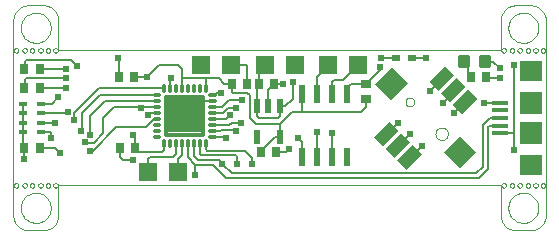
<source format=gtl>
G75*
%MOIN*%
%OFA0B0*%
%FSLAX24Y24*%
%IPPOS*%
%LPD*%
%AMOC8*
5,1,8,0,0,1.08239X$1,22.5*
%
%ADD10C,0.0000*%
%ADD11R,0.0728X0.0433*%
%ADD12R,0.0787X0.0748*%
%ADD13R,0.0551X0.0138*%
%ADD14R,0.0748X0.0709*%
%ADD15R,0.0748X0.0748*%
%ADD16R,0.0236X0.0610*%
%ADD17R,0.0217X0.0472*%
%ADD18C,0.0118*%
%ADD19R,0.0600X0.0600*%
%ADD20R,0.0276X0.0197*%
%ADD21R,0.0276X0.0354*%
%ADD22R,0.0354X0.0276*%
%ADD23C,0.0138*%
%ADD24R,0.0276X0.0177*%
%ADD25C,0.0080*%
%ADD26C,0.0240*%
D10*
X004943Y002893D02*
X005443Y002893D01*
X005487Y002895D01*
X005530Y002901D01*
X005572Y002910D01*
X005614Y002923D01*
X005654Y002940D01*
X005693Y002960D01*
X005730Y002983D01*
X005764Y003010D01*
X005797Y003039D01*
X005826Y003072D01*
X005853Y003106D01*
X005876Y003143D01*
X005896Y003182D01*
X005913Y003222D01*
X005926Y003264D01*
X005935Y003306D01*
X005941Y003349D01*
X005943Y003393D01*
X005943Y004393D01*
X020693Y004393D01*
X020693Y003393D01*
X020695Y003349D01*
X020701Y003306D01*
X020710Y003264D01*
X020723Y003222D01*
X020740Y003182D01*
X020760Y003143D01*
X020783Y003106D01*
X020810Y003072D01*
X020839Y003039D01*
X020872Y003010D01*
X020906Y002983D01*
X020943Y002960D01*
X020982Y002940D01*
X021022Y002923D01*
X021064Y002910D01*
X021106Y002901D01*
X021149Y002895D01*
X021193Y002893D01*
X021693Y002893D01*
X021737Y002895D01*
X021780Y002901D01*
X021822Y002910D01*
X021864Y002923D01*
X021904Y002940D01*
X021943Y002960D01*
X021980Y002983D01*
X022014Y003010D01*
X022047Y003039D01*
X022076Y003072D01*
X022103Y003106D01*
X022126Y003143D01*
X022146Y003182D01*
X022163Y003222D01*
X022176Y003264D01*
X022185Y003306D01*
X022191Y003349D01*
X022193Y003393D01*
X022193Y009893D01*
X022191Y009937D01*
X022185Y009980D01*
X022176Y010022D01*
X022163Y010064D01*
X022146Y010104D01*
X022126Y010143D01*
X022103Y010180D01*
X022076Y010214D01*
X022047Y010247D01*
X022014Y010276D01*
X021980Y010303D01*
X021943Y010326D01*
X021904Y010346D01*
X021864Y010363D01*
X021822Y010376D01*
X021780Y010385D01*
X021737Y010391D01*
X021693Y010393D01*
X021193Y010393D01*
X021149Y010391D01*
X021106Y010385D01*
X021064Y010376D01*
X021022Y010363D01*
X020982Y010346D01*
X020943Y010326D01*
X020906Y010303D01*
X020872Y010276D01*
X020839Y010247D01*
X020810Y010214D01*
X020783Y010180D01*
X020760Y010143D01*
X020740Y010104D01*
X020723Y010064D01*
X020710Y010022D01*
X020701Y009980D01*
X020695Y009937D01*
X020693Y009893D01*
X020693Y008893D01*
X005943Y008893D01*
X005943Y009893D01*
X005941Y009937D01*
X005935Y009980D01*
X005926Y010022D01*
X005913Y010064D01*
X005896Y010104D01*
X005876Y010143D01*
X005853Y010180D01*
X005826Y010214D01*
X005797Y010247D01*
X005764Y010276D01*
X005730Y010303D01*
X005693Y010326D01*
X005654Y010346D01*
X005614Y010363D01*
X005572Y010376D01*
X005530Y010385D01*
X005487Y010391D01*
X005443Y010393D01*
X004943Y010393D01*
X004899Y010391D01*
X004856Y010385D01*
X004814Y010376D01*
X004772Y010363D01*
X004732Y010346D01*
X004693Y010326D01*
X004656Y010303D01*
X004622Y010276D01*
X004589Y010247D01*
X004560Y010214D01*
X004533Y010180D01*
X004510Y010143D01*
X004490Y010104D01*
X004473Y010064D01*
X004460Y010022D01*
X004451Y009980D01*
X004445Y009937D01*
X004443Y009893D01*
X004443Y003393D01*
X004445Y003349D01*
X004451Y003306D01*
X004460Y003264D01*
X004473Y003222D01*
X004490Y003182D01*
X004510Y003143D01*
X004533Y003106D01*
X004560Y003072D01*
X004589Y003039D01*
X004622Y003010D01*
X004656Y002983D01*
X004693Y002960D01*
X004732Y002940D01*
X004772Y002923D01*
X004814Y002910D01*
X004856Y002901D01*
X004899Y002895D01*
X004943Y002893D01*
X004693Y003643D02*
X004695Y003687D01*
X004701Y003731D01*
X004711Y003774D01*
X004724Y003816D01*
X004741Y003857D01*
X004762Y003896D01*
X004786Y003933D01*
X004813Y003968D01*
X004843Y004000D01*
X004876Y004030D01*
X004912Y004056D01*
X004949Y004080D01*
X004989Y004099D01*
X005030Y004116D01*
X005073Y004128D01*
X005116Y004137D01*
X005160Y004142D01*
X005204Y004143D01*
X005248Y004140D01*
X005292Y004133D01*
X005335Y004122D01*
X005377Y004108D01*
X005417Y004090D01*
X005456Y004068D01*
X005492Y004044D01*
X005526Y004016D01*
X005558Y003985D01*
X005587Y003951D01*
X005613Y003915D01*
X005635Y003877D01*
X005654Y003837D01*
X005669Y003795D01*
X005681Y003753D01*
X005689Y003709D01*
X005693Y003665D01*
X005693Y003621D01*
X005689Y003577D01*
X005681Y003533D01*
X005669Y003491D01*
X005654Y003449D01*
X005635Y003409D01*
X005613Y003371D01*
X005587Y003335D01*
X005558Y003301D01*
X005526Y003270D01*
X005492Y003242D01*
X005456Y003218D01*
X005417Y003196D01*
X005377Y003178D01*
X005335Y003164D01*
X005292Y003153D01*
X005248Y003146D01*
X005204Y003143D01*
X005160Y003144D01*
X005116Y003149D01*
X005073Y003158D01*
X005030Y003170D01*
X004989Y003187D01*
X004949Y003206D01*
X004912Y003230D01*
X004876Y003256D01*
X004843Y003286D01*
X004813Y003318D01*
X004786Y003353D01*
X004762Y003390D01*
X004741Y003429D01*
X004724Y003470D01*
X004711Y003512D01*
X004701Y003555D01*
X004695Y003599D01*
X004693Y003643D01*
X004743Y004393D02*
X004745Y004410D01*
X004750Y004426D01*
X004759Y004440D01*
X004771Y004452D01*
X004785Y004461D01*
X004801Y004466D01*
X004818Y004468D01*
X004835Y004466D01*
X004851Y004461D01*
X004865Y004452D01*
X004877Y004440D01*
X004886Y004426D01*
X004891Y004410D01*
X004893Y004393D01*
X004891Y004376D01*
X004886Y004360D01*
X004877Y004346D01*
X004865Y004334D01*
X004851Y004325D01*
X004835Y004320D01*
X004818Y004318D01*
X004801Y004320D01*
X004785Y004325D01*
X004771Y004334D01*
X004759Y004346D01*
X004750Y004360D01*
X004745Y004376D01*
X004743Y004393D01*
X004462Y004393D02*
X004464Y004410D01*
X004469Y004426D01*
X004478Y004440D01*
X004490Y004452D01*
X004504Y004461D01*
X004520Y004466D01*
X004537Y004468D01*
X004554Y004466D01*
X004570Y004461D01*
X004584Y004452D01*
X004596Y004440D01*
X004605Y004426D01*
X004610Y004410D01*
X004612Y004393D01*
X004610Y004376D01*
X004605Y004360D01*
X004596Y004346D01*
X004584Y004334D01*
X004570Y004325D01*
X004554Y004320D01*
X004537Y004318D01*
X004520Y004320D01*
X004504Y004325D01*
X004490Y004334D01*
X004478Y004346D01*
X004469Y004360D01*
X004464Y004376D01*
X004462Y004393D01*
X004993Y004393D02*
X004995Y004410D01*
X005000Y004426D01*
X005009Y004440D01*
X005021Y004452D01*
X005035Y004461D01*
X005051Y004466D01*
X005068Y004468D01*
X005085Y004466D01*
X005101Y004461D01*
X005115Y004452D01*
X005127Y004440D01*
X005136Y004426D01*
X005141Y004410D01*
X005143Y004393D01*
X005141Y004376D01*
X005136Y004360D01*
X005127Y004346D01*
X005115Y004334D01*
X005101Y004325D01*
X005085Y004320D01*
X005068Y004318D01*
X005051Y004320D01*
X005035Y004325D01*
X005021Y004334D01*
X005009Y004346D01*
X005000Y004360D01*
X004995Y004376D01*
X004993Y004393D01*
X005274Y004393D02*
X005276Y004410D01*
X005281Y004426D01*
X005290Y004440D01*
X005302Y004452D01*
X005316Y004461D01*
X005332Y004466D01*
X005349Y004468D01*
X005366Y004466D01*
X005382Y004461D01*
X005396Y004452D01*
X005408Y004440D01*
X005417Y004426D01*
X005422Y004410D01*
X005424Y004393D01*
X005422Y004376D01*
X005417Y004360D01*
X005408Y004346D01*
X005396Y004334D01*
X005382Y004325D01*
X005366Y004320D01*
X005349Y004318D01*
X005332Y004320D01*
X005316Y004325D01*
X005302Y004334D01*
X005290Y004346D01*
X005281Y004360D01*
X005276Y004376D01*
X005274Y004393D01*
X005524Y004393D02*
X005526Y004410D01*
X005531Y004426D01*
X005540Y004440D01*
X005552Y004452D01*
X005566Y004461D01*
X005582Y004466D01*
X005599Y004468D01*
X005616Y004466D01*
X005632Y004461D01*
X005646Y004452D01*
X005658Y004440D01*
X005667Y004426D01*
X005672Y004410D01*
X005674Y004393D01*
X005672Y004376D01*
X005667Y004360D01*
X005658Y004346D01*
X005646Y004334D01*
X005632Y004325D01*
X005616Y004320D01*
X005599Y004318D01*
X005582Y004320D01*
X005566Y004325D01*
X005552Y004334D01*
X005540Y004346D01*
X005531Y004360D01*
X005526Y004376D01*
X005524Y004393D01*
X005774Y004393D02*
X005776Y004410D01*
X005781Y004426D01*
X005790Y004440D01*
X005802Y004452D01*
X005816Y004461D01*
X005832Y004466D01*
X005849Y004468D01*
X005866Y004466D01*
X005882Y004461D01*
X005896Y004452D01*
X005908Y004440D01*
X005917Y004426D01*
X005922Y004410D01*
X005924Y004393D01*
X005922Y004376D01*
X005917Y004360D01*
X005908Y004346D01*
X005896Y004334D01*
X005882Y004325D01*
X005866Y004320D01*
X005849Y004318D01*
X005832Y004320D01*
X005816Y004325D01*
X005802Y004334D01*
X005790Y004346D01*
X005781Y004360D01*
X005776Y004376D01*
X005774Y004393D01*
X005774Y008893D02*
X005776Y008910D01*
X005781Y008926D01*
X005790Y008940D01*
X005802Y008952D01*
X005816Y008961D01*
X005832Y008966D01*
X005849Y008968D01*
X005866Y008966D01*
X005882Y008961D01*
X005896Y008952D01*
X005908Y008940D01*
X005917Y008926D01*
X005922Y008910D01*
X005924Y008893D01*
X005922Y008876D01*
X005917Y008860D01*
X005908Y008846D01*
X005896Y008834D01*
X005882Y008825D01*
X005866Y008820D01*
X005849Y008818D01*
X005832Y008820D01*
X005816Y008825D01*
X005802Y008834D01*
X005790Y008846D01*
X005781Y008860D01*
X005776Y008876D01*
X005774Y008893D01*
X005524Y008893D02*
X005526Y008910D01*
X005531Y008926D01*
X005540Y008940D01*
X005552Y008952D01*
X005566Y008961D01*
X005582Y008966D01*
X005599Y008968D01*
X005616Y008966D01*
X005632Y008961D01*
X005646Y008952D01*
X005658Y008940D01*
X005667Y008926D01*
X005672Y008910D01*
X005674Y008893D01*
X005672Y008876D01*
X005667Y008860D01*
X005658Y008846D01*
X005646Y008834D01*
X005632Y008825D01*
X005616Y008820D01*
X005599Y008818D01*
X005582Y008820D01*
X005566Y008825D01*
X005552Y008834D01*
X005540Y008846D01*
X005531Y008860D01*
X005526Y008876D01*
X005524Y008893D01*
X005274Y008893D02*
X005276Y008910D01*
X005281Y008926D01*
X005290Y008940D01*
X005302Y008952D01*
X005316Y008961D01*
X005332Y008966D01*
X005349Y008968D01*
X005366Y008966D01*
X005382Y008961D01*
X005396Y008952D01*
X005408Y008940D01*
X005417Y008926D01*
X005422Y008910D01*
X005424Y008893D01*
X005422Y008876D01*
X005417Y008860D01*
X005408Y008846D01*
X005396Y008834D01*
X005382Y008825D01*
X005366Y008820D01*
X005349Y008818D01*
X005332Y008820D01*
X005316Y008825D01*
X005302Y008834D01*
X005290Y008846D01*
X005281Y008860D01*
X005276Y008876D01*
X005274Y008893D01*
X004993Y008893D02*
X004995Y008910D01*
X005000Y008926D01*
X005009Y008940D01*
X005021Y008952D01*
X005035Y008961D01*
X005051Y008966D01*
X005068Y008968D01*
X005085Y008966D01*
X005101Y008961D01*
X005115Y008952D01*
X005127Y008940D01*
X005136Y008926D01*
X005141Y008910D01*
X005143Y008893D01*
X005141Y008876D01*
X005136Y008860D01*
X005127Y008846D01*
X005115Y008834D01*
X005101Y008825D01*
X005085Y008820D01*
X005068Y008818D01*
X005051Y008820D01*
X005035Y008825D01*
X005021Y008834D01*
X005009Y008846D01*
X005000Y008860D01*
X004995Y008876D01*
X004993Y008893D01*
X004743Y008893D02*
X004745Y008910D01*
X004750Y008926D01*
X004759Y008940D01*
X004771Y008952D01*
X004785Y008961D01*
X004801Y008966D01*
X004818Y008968D01*
X004835Y008966D01*
X004851Y008961D01*
X004865Y008952D01*
X004877Y008940D01*
X004886Y008926D01*
X004891Y008910D01*
X004893Y008893D01*
X004891Y008876D01*
X004886Y008860D01*
X004877Y008846D01*
X004865Y008834D01*
X004851Y008825D01*
X004835Y008820D01*
X004818Y008818D01*
X004801Y008820D01*
X004785Y008825D01*
X004771Y008834D01*
X004759Y008846D01*
X004750Y008860D01*
X004745Y008876D01*
X004743Y008893D01*
X004462Y008893D02*
X004464Y008910D01*
X004469Y008926D01*
X004478Y008940D01*
X004490Y008952D01*
X004504Y008961D01*
X004520Y008966D01*
X004537Y008968D01*
X004554Y008966D01*
X004570Y008961D01*
X004584Y008952D01*
X004596Y008940D01*
X004605Y008926D01*
X004610Y008910D01*
X004612Y008893D01*
X004610Y008876D01*
X004605Y008860D01*
X004596Y008846D01*
X004584Y008834D01*
X004570Y008825D01*
X004554Y008820D01*
X004537Y008818D01*
X004520Y008820D01*
X004504Y008825D01*
X004490Y008834D01*
X004478Y008846D01*
X004469Y008860D01*
X004464Y008876D01*
X004462Y008893D01*
X004693Y009643D02*
X004695Y009687D01*
X004701Y009731D01*
X004711Y009774D01*
X004724Y009816D01*
X004741Y009857D01*
X004762Y009896D01*
X004786Y009933D01*
X004813Y009968D01*
X004843Y010000D01*
X004876Y010030D01*
X004912Y010056D01*
X004949Y010080D01*
X004989Y010099D01*
X005030Y010116D01*
X005073Y010128D01*
X005116Y010137D01*
X005160Y010142D01*
X005204Y010143D01*
X005248Y010140D01*
X005292Y010133D01*
X005335Y010122D01*
X005377Y010108D01*
X005417Y010090D01*
X005456Y010068D01*
X005492Y010044D01*
X005526Y010016D01*
X005558Y009985D01*
X005587Y009951D01*
X005613Y009915D01*
X005635Y009877D01*
X005654Y009837D01*
X005669Y009795D01*
X005681Y009753D01*
X005689Y009709D01*
X005693Y009665D01*
X005693Y009621D01*
X005689Y009577D01*
X005681Y009533D01*
X005669Y009491D01*
X005654Y009449D01*
X005635Y009409D01*
X005613Y009371D01*
X005587Y009335D01*
X005558Y009301D01*
X005526Y009270D01*
X005492Y009242D01*
X005456Y009218D01*
X005417Y009196D01*
X005377Y009178D01*
X005335Y009164D01*
X005292Y009153D01*
X005248Y009146D01*
X005204Y009143D01*
X005160Y009144D01*
X005116Y009149D01*
X005073Y009158D01*
X005030Y009170D01*
X004989Y009187D01*
X004949Y009206D01*
X004912Y009230D01*
X004876Y009256D01*
X004843Y009286D01*
X004813Y009318D01*
X004786Y009353D01*
X004762Y009390D01*
X004741Y009429D01*
X004724Y009470D01*
X004711Y009512D01*
X004701Y009555D01*
X004695Y009599D01*
X004693Y009643D01*
X017516Y007172D02*
X017518Y007196D01*
X017524Y007219D01*
X017533Y007241D01*
X017546Y007261D01*
X017561Y007279D01*
X017580Y007294D01*
X017601Y007306D01*
X017623Y007314D01*
X017646Y007319D01*
X017670Y007320D01*
X017694Y007317D01*
X017716Y007310D01*
X017738Y007300D01*
X017758Y007287D01*
X017775Y007270D01*
X017789Y007251D01*
X017800Y007230D01*
X017808Y007207D01*
X017812Y007184D01*
X017812Y007160D01*
X017808Y007137D01*
X017800Y007114D01*
X017789Y007093D01*
X017775Y007074D01*
X017758Y007057D01*
X017738Y007044D01*
X017716Y007034D01*
X017694Y007027D01*
X017670Y007024D01*
X017646Y007025D01*
X017623Y007030D01*
X017601Y007038D01*
X017580Y007050D01*
X017561Y007065D01*
X017546Y007083D01*
X017533Y007103D01*
X017524Y007125D01*
X017518Y007148D01*
X017516Y007172D01*
X018515Y006114D02*
X018517Y006142D01*
X018523Y006170D01*
X018532Y006196D01*
X018545Y006222D01*
X018561Y006245D01*
X018581Y006265D01*
X018603Y006283D01*
X018627Y006298D01*
X018653Y006309D01*
X018680Y006317D01*
X018708Y006321D01*
X018736Y006321D01*
X018764Y006317D01*
X018791Y006309D01*
X018817Y006298D01*
X018841Y006283D01*
X018863Y006265D01*
X018883Y006245D01*
X018899Y006222D01*
X018912Y006196D01*
X018921Y006170D01*
X018927Y006142D01*
X018929Y006114D01*
X018927Y006086D01*
X018921Y006058D01*
X018912Y006032D01*
X018899Y006006D01*
X018883Y005983D01*
X018863Y005963D01*
X018841Y005945D01*
X018817Y005930D01*
X018791Y005919D01*
X018764Y005911D01*
X018736Y005907D01*
X018708Y005907D01*
X018680Y005911D01*
X018653Y005919D01*
X018627Y005930D01*
X018603Y005945D01*
X018581Y005963D01*
X018561Y005983D01*
X018545Y006006D01*
X018532Y006032D01*
X018523Y006058D01*
X018517Y006086D01*
X018515Y006114D01*
X020712Y004393D02*
X020714Y004410D01*
X020719Y004426D01*
X020728Y004440D01*
X020740Y004452D01*
X020754Y004461D01*
X020770Y004466D01*
X020787Y004468D01*
X020804Y004466D01*
X020820Y004461D01*
X020834Y004452D01*
X020846Y004440D01*
X020855Y004426D01*
X020860Y004410D01*
X020862Y004393D01*
X020860Y004376D01*
X020855Y004360D01*
X020846Y004346D01*
X020834Y004334D01*
X020820Y004325D01*
X020804Y004320D01*
X020787Y004318D01*
X020770Y004320D01*
X020754Y004325D01*
X020740Y004334D01*
X020728Y004346D01*
X020719Y004360D01*
X020714Y004376D01*
X020712Y004393D01*
X020993Y004393D02*
X020995Y004410D01*
X021000Y004426D01*
X021009Y004440D01*
X021021Y004452D01*
X021035Y004461D01*
X021051Y004466D01*
X021068Y004468D01*
X021085Y004466D01*
X021101Y004461D01*
X021115Y004452D01*
X021127Y004440D01*
X021136Y004426D01*
X021141Y004410D01*
X021143Y004393D01*
X021141Y004376D01*
X021136Y004360D01*
X021127Y004346D01*
X021115Y004334D01*
X021101Y004325D01*
X021085Y004320D01*
X021068Y004318D01*
X021051Y004320D01*
X021035Y004325D01*
X021021Y004334D01*
X021009Y004346D01*
X021000Y004360D01*
X020995Y004376D01*
X020993Y004393D01*
X021243Y004393D02*
X021245Y004410D01*
X021250Y004426D01*
X021259Y004440D01*
X021271Y004452D01*
X021285Y004461D01*
X021301Y004466D01*
X021318Y004468D01*
X021335Y004466D01*
X021351Y004461D01*
X021365Y004452D01*
X021377Y004440D01*
X021386Y004426D01*
X021391Y004410D01*
X021393Y004393D01*
X021391Y004376D01*
X021386Y004360D01*
X021377Y004346D01*
X021365Y004334D01*
X021351Y004325D01*
X021335Y004320D01*
X021318Y004318D01*
X021301Y004320D01*
X021285Y004325D01*
X021271Y004334D01*
X021259Y004346D01*
X021250Y004360D01*
X021245Y004376D01*
X021243Y004393D01*
X021524Y004393D02*
X021526Y004410D01*
X021531Y004426D01*
X021540Y004440D01*
X021552Y004452D01*
X021566Y004461D01*
X021582Y004466D01*
X021599Y004468D01*
X021616Y004466D01*
X021632Y004461D01*
X021646Y004452D01*
X021658Y004440D01*
X021667Y004426D01*
X021672Y004410D01*
X021674Y004393D01*
X021672Y004376D01*
X021667Y004360D01*
X021658Y004346D01*
X021646Y004334D01*
X021632Y004325D01*
X021616Y004320D01*
X021599Y004318D01*
X021582Y004320D01*
X021566Y004325D01*
X021552Y004334D01*
X021540Y004346D01*
X021531Y004360D01*
X021526Y004376D01*
X021524Y004393D01*
X021774Y004393D02*
X021776Y004410D01*
X021781Y004426D01*
X021790Y004440D01*
X021802Y004452D01*
X021816Y004461D01*
X021832Y004466D01*
X021849Y004468D01*
X021866Y004466D01*
X021882Y004461D01*
X021896Y004452D01*
X021908Y004440D01*
X021917Y004426D01*
X021922Y004410D01*
X021924Y004393D01*
X021922Y004376D01*
X021917Y004360D01*
X021908Y004346D01*
X021896Y004334D01*
X021882Y004325D01*
X021866Y004320D01*
X021849Y004318D01*
X021832Y004320D01*
X021816Y004325D01*
X021802Y004334D01*
X021790Y004346D01*
X021781Y004360D01*
X021776Y004376D01*
X021774Y004393D01*
X022024Y004393D02*
X022026Y004410D01*
X022031Y004426D01*
X022040Y004440D01*
X022052Y004452D01*
X022066Y004461D01*
X022082Y004466D01*
X022099Y004468D01*
X022116Y004466D01*
X022132Y004461D01*
X022146Y004452D01*
X022158Y004440D01*
X022167Y004426D01*
X022172Y004410D01*
X022174Y004393D01*
X022172Y004376D01*
X022167Y004360D01*
X022158Y004346D01*
X022146Y004334D01*
X022132Y004325D01*
X022116Y004320D01*
X022099Y004318D01*
X022082Y004320D01*
X022066Y004325D01*
X022052Y004334D01*
X022040Y004346D01*
X022031Y004360D01*
X022026Y004376D01*
X022024Y004393D01*
X020943Y003643D02*
X020945Y003687D01*
X020951Y003731D01*
X020961Y003774D01*
X020974Y003816D01*
X020991Y003857D01*
X021012Y003896D01*
X021036Y003933D01*
X021063Y003968D01*
X021093Y004000D01*
X021126Y004030D01*
X021162Y004056D01*
X021199Y004080D01*
X021239Y004099D01*
X021280Y004116D01*
X021323Y004128D01*
X021366Y004137D01*
X021410Y004142D01*
X021454Y004143D01*
X021498Y004140D01*
X021542Y004133D01*
X021585Y004122D01*
X021627Y004108D01*
X021667Y004090D01*
X021706Y004068D01*
X021742Y004044D01*
X021776Y004016D01*
X021808Y003985D01*
X021837Y003951D01*
X021863Y003915D01*
X021885Y003877D01*
X021904Y003837D01*
X021919Y003795D01*
X021931Y003753D01*
X021939Y003709D01*
X021943Y003665D01*
X021943Y003621D01*
X021939Y003577D01*
X021931Y003533D01*
X021919Y003491D01*
X021904Y003449D01*
X021885Y003409D01*
X021863Y003371D01*
X021837Y003335D01*
X021808Y003301D01*
X021776Y003270D01*
X021742Y003242D01*
X021706Y003218D01*
X021667Y003196D01*
X021627Y003178D01*
X021585Y003164D01*
X021542Y003153D01*
X021498Y003146D01*
X021454Y003143D01*
X021410Y003144D01*
X021366Y003149D01*
X021323Y003158D01*
X021280Y003170D01*
X021239Y003187D01*
X021199Y003206D01*
X021162Y003230D01*
X021126Y003256D01*
X021093Y003286D01*
X021063Y003318D01*
X021036Y003353D01*
X021012Y003390D01*
X020991Y003429D01*
X020974Y003470D01*
X020961Y003512D01*
X020951Y003555D01*
X020945Y003599D01*
X020943Y003643D01*
X020993Y008893D02*
X020995Y008910D01*
X021000Y008926D01*
X021009Y008940D01*
X021021Y008952D01*
X021035Y008961D01*
X021051Y008966D01*
X021068Y008968D01*
X021085Y008966D01*
X021101Y008961D01*
X021115Y008952D01*
X021127Y008940D01*
X021136Y008926D01*
X021141Y008910D01*
X021143Y008893D01*
X021141Y008876D01*
X021136Y008860D01*
X021127Y008846D01*
X021115Y008834D01*
X021101Y008825D01*
X021085Y008820D01*
X021068Y008818D01*
X021051Y008820D01*
X021035Y008825D01*
X021021Y008834D01*
X021009Y008846D01*
X021000Y008860D01*
X020995Y008876D01*
X020993Y008893D01*
X020712Y008893D02*
X020714Y008910D01*
X020719Y008926D01*
X020728Y008940D01*
X020740Y008952D01*
X020754Y008961D01*
X020770Y008966D01*
X020787Y008968D01*
X020804Y008966D01*
X020820Y008961D01*
X020834Y008952D01*
X020846Y008940D01*
X020855Y008926D01*
X020860Y008910D01*
X020862Y008893D01*
X020860Y008876D01*
X020855Y008860D01*
X020846Y008846D01*
X020834Y008834D01*
X020820Y008825D01*
X020804Y008820D01*
X020787Y008818D01*
X020770Y008820D01*
X020754Y008825D01*
X020740Y008834D01*
X020728Y008846D01*
X020719Y008860D01*
X020714Y008876D01*
X020712Y008893D01*
X021243Y008893D02*
X021245Y008910D01*
X021250Y008926D01*
X021259Y008940D01*
X021271Y008952D01*
X021285Y008961D01*
X021301Y008966D01*
X021318Y008968D01*
X021335Y008966D01*
X021351Y008961D01*
X021365Y008952D01*
X021377Y008940D01*
X021386Y008926D01*
X021391Y008910D01*
X021393Y008893D01*
X021391Y008876D01*
X021386Y008860D01*
X021377Y008846D01*
X021365Y008834D01*
X021351Y008825D01*
X021335Y008820D01*
X021318Y008818D01*
X021301Y008820D01*
X021285Y008825D01*
X021271Y008834D01*
X021259Y008846D01*
X021250Y008860D01*
X021245Y008876D01*
X021243Y008893D01*
X021524Y008893D02*
X021526Y008910D01*
X021531Y008926D01*
X021540Y008940D01*
X021552Y008952D01*
X021566Y008961D01*
X021582Y008966D01*
X021599Y008968D01*
X021616Y008966D01*
X021632Y008961D01*
X021646Y008952D01*
X021658Y008940D01*
X021667Y008926D01*
X021672Y008910D01*
X021674Y008893D01*
X021672Y008876D01*
X021667Y008860D01*
X021658Y008846D01*
X021646Y008834D01*
X021632Y008825D01*
X021616Y008820D01*
X021599Y008818D01*
X021582Y008820D01*
X021566Y008825D01*
X021552Y008834D01*
X021540Y008846D01*
X021531Y008860D01*
X021526Y008876D01*
X021524Y008893D01*
X021774Y008893D02*
X021776Y008910D01*
X021781Y008926D01*
X021790Y008940D01*
X021802Y008952D01*
X021816Y008961D01*
X021832Y008966D01*
X021849Y008968D01*
X021866Y008966D01*
X021882Y008961D01*
X021896Y008952D01*
X021908Y008940D01*
X021917Y008926D01*
X021922Y008910D01*
X021924Y008893D01*
X021922Y008876D01*
X021917Y008860D01*
X021908Y008846D01*
X021896Y008834D01*
X021882Y008825D01*
X021866Y008820D01*
X021849Y008818D01*
X021832Y008820D01*
X021816Y008825D01*
X021802Y008834D01*
X021790Y008846D01*
X021781Y008860D01*
X021776Y008876D01*
X021774Y008893D01*
X022024Y008893D02*
X022026Y008910D01*
X022031Y008926D01*
X022040Y008940D01*
X022052Y008952D01*
X022066Y008961D01*
X022082Y008966D01*
X022099Y008968D01*
X022116Y008966D01*
X022132Y008961D01*
X022146Y008952D01*
X022158Y008940D01*
X022167Y008926D01*
X022172Y008910D01*
X022174Y008893D01*
X022172Y008876D01*
X022167Y008860D01*
X022158Y008846D01*
X022146Y008834D01*
X022132Y008825D01*
X022116Y008820D01*
X022099Y008818D01*
X022082Y008820D01*
X022066Y008825D01*
X022052Y008834D01*
X022040Y008846D01*
X022031Y008860D01*
X022026Y008876D01*
X022024Y008893D01*
X020943Y009643D02*
X020945Y009687D01*
X020951Y009731D01*
X020961Y009774D01*
X020974Y009816D01*
X020991Y009857D01*
X021012Y009896D01*
X021036Y009933D01*
X021063Y009968D01*
X021093Y010000D01*
X021126Y010030D01*
X021162Y010056D01*
X021199Y010080D01*
X021239Y010099D01*
X021280Y010116D01*
X021323Y010128D01*
X021366Y010137D01*
X021410Y010142D01*
X021454Y010143D01*
X021498Y010140D01*
X021542Y010133D01*
X021585Y010122D01*
X021627Y010108D01*
X021667Y010090D01*
X021706Y010068D01*
X021742Y010044D01*
X021776Y010016D01*
X021808Y009985D01*
X021837Y009951D01*
X021863Y009915D01*
X021885Y009877D01*
X021904Y009837D01*
X021919Y009795D01*
X021931Y009753D01*
X021939Y009709D01*
X021943Y009665D01*
X021943Y009621D01*
X021939Y009577D01*
X021931Y009533D01*
X021919Y009491D01*
X021904Y009449D01*
X021885Y009409D01*
X021863Y009371D01*
X021837Y009335D01*
X021808Y009301D01*
X021776Y009270D01*
X021742Y009242D01*
X021706Y009218D01*
X021667Y009196D01*
X021627Y009178D01*
X021585Y009164D01*
X021542Y009153D01*
X021498Y009146D01*
X021454Y009143D01*
X021410Y009144D01*
X021366Y009149D01*
X021323Y009158D01*
X021280Y009170D01*
X021239Y009187D01*
X021199Y009206D01*
X021162Y009230D01*
X021126Y009256D01*
X021093Y009286D01*
X021063Y009318D01*
X021036Y009353D01*
X021012Y009390D01*
X020991Y009429D01*
X020974Y009470D01*
X020961Y009512D01*
X020951Y009555D01*
X020945Y009599D01*
X020943Y009643D01*
D11*
G36*
X019139Y008063D02*
X018625Y007549D01*
X018319Y007855D01*
X018833Y008369D01*
X019139Y008063D01*
G37*
G36*
X019528Y007673D02*
X019014Y007159D01*
X018708Y007465D01*
X019222Y007979D01*
X019528Y007673D01*
G37*
G36*
X019918Y007283D02*
X019404Y006769D01*
X019098Y007075D01*
X019612Y007589D01*
X019918Y007283D01*
G37*
G36*
X017677Y005822D02*
X017163Y005308D01*
X016857Y005614D01*
X017371Y006128D01*
X017677Y005822D01*
G37*
G36*
X018067Y005432D02*
X017553Y004918D01*
X017247Y005224D01*
X017761Y005738D01*
X018067Y005432D01*
G37*
G36*
X017287Y006211D02*
X016773Y005697D01*
X016467Y006003D01*
X016981Y006517D01*
X017287Y006211D01*
G37*
D12*
G36*
X019876Y005515D02*
X019321Y004960D01*
X018792Y005489D01*
X019347Y006044D01*
X019876Y005515D01*
G37*
G36*
X017593Y007798D02*
X017038Y007243D01*
X016509Y007772D01*
X017064Y008327D01*
X017593Y007798D01*
G37*
D13*
X020650Y007155D03*
X020650Y006899D03*
X020650Y006643D03*
X020650Y006387D03*
X020650Y006131D03*
D14*
X021693Y005069D03*
X021693Y008218D03*
D15*
X021693Y007143D03*
X021693Y006143D03*
D16*
X015568Y005326D03*
X015068Y005326D03*
X014568Y005326D03*
X014068Y005326D03*
X014068Y007452D03*
X014568Y007452D03*
X015068Y007452D03*
X015568Y007452D03*
D17*
X013317Y007030D03*
X012943Y007030D03*
X012569Y007030D03*
X012569Y006006D03*
X013317Y006006D03*
D18*
X011166Y006017D02*
X011008Y006017D01*
X011008Y006214D02*
X011166Y006214D01*
X011166Y006411D02*
X011008Y006411D01*
X011008Y006607D02*
X011166Y006607D01*
X011166Y006804D02*
X011008Y006804D01*
X011008Y007001D02*
X011166Y007001D01*
X011166Y007198D02*
X011008Y007198D01*
X011008Y007395D02*
X011166Y007395D01*
X010851Y007552D02*
X010851Y007710D01*
X010654Y007710D02*
X010654Y007552D01*
X010457Y007552D02*
X010457Y007710D01*
X010260Y007710D02*
X010260Y007552D01*
X010063Y007552D02*
X010063Y007710D01*
X009866Y007710D02*
X009866Y007552D01*
X009669Y007552D02*
X009669Y007710D01*
X009473Y007710D02*
X009473Y007552D01*
X009315Y007395D02*
X009157Y007395D01*
X009157Y007198D02*
X009315Y007198D01*
X009315Y007001D02*
X009157Y007001D01*
X009157Y006804D02*
X009315Y006804D01*
X009315Y006607D02*
X009157Y006607D01*
X009157Y006411D02*
X009315Y006411D01*
X009315Y006214D02*
X009157Y006214D01*
X009157Y006017D02*
X009315Y006017D01*
X009473Y005860D02*
X009473Y005702D01*
X009669Y005702D02*
X009669Y005860D01*
X009866Y005860D02*
X009866Y005702D01*
X010063Y005702D02*
X010063Y005860D01*
X010260Y005860D02*
X010260Y005702D01*
X010457Y005702D02*
X010457Y005860D01*
X010654Y005860D02*
X010654Y005702D01*
X010851Y005702D02*
X010851Y005860D01*
X019335Y008380D02*
X019335Y008656D01*
X019611Y008656D01*
X019611Y008380D01*
X019335Y008380D01*
X019335Y008497D02*
X019611Y008497D01*
X019611Y008614D02*
X019335Y008614D01*
X020025Y008656D02*
X020025Y008380D01*
X020025Y008656D02*
X020301Y008656D01*
X020301Y008380D01*
X020025Y008380D01*
X020025Y008497D02*
X020301Y008497D01*
X020301Y008614D02*
X020025Y008614D01*
D19*
X015943Y008393D03*
X014943Y008393D03*
X013818Y008393D03*
X012818Y008393D03*
X011693Y008393D03*
X010693Y008393D03*
X009943Y004831D03*
X008943Y004831D03*
D20*
X017207Y008643D03*
X017718Y008643D03*
D21*
X019687Y008018D03*
X020199Y008018D03*
X013136Y007768D03*
X012624Y007768D03*
X012230Y007768D03*
X011718Y007768D03*
X008480Y008018D03*
X007968Y008018D03*
X005324Y008268D03*
X004812Y008268D03*
X004812Y007643D03*
X005324Y007643D03*
X005324Y005643D03*
X004812Y005643D03*
X007999Y005643D03*
X008511Y005643D03*
X012687Y005518D03*
X013199Y005518D03*
D22*
X016193Y007262D03*
X016193Y007774D03*
D23*
X009542Y007326D02*
X009542Y006086D01*
X009542Y007326D02*
X010782Y007326D01*
X010782Y006086D01*
X009542Y006086D01*
X009542Y006223D02*
X010782Y006223D01*
X010782Y006360D02*
X009542Y006360D01*
X009542Y006497D02*
X010782Y006497D01*
X010782Y006634D02*
X009542Y006634D01*
X009542Y006771D02*
X010782Y006771D01*
X010782Y006908D02*
X009542Y006908D01*
X009542Y007045D02*
X010782Y007045D01*
X010782Y007182D02*
X009542Y007182D01*
X009542Y007319D02*
X010782Y007319D01*
D24*
X005373Y007116D03*
X005373Y006801D03*
X005373Y006486D03*
X005373Y006171D03*
X004763Y006171D03*
X004763Y006486D03*
X004763Y006801D03*
X004763Y007116D03*
D25*
X004763Y006801D01*
X004763Y006171D01*
X004763Y005693D01*
X004776Y005706D01*
X004812Y005643D01*
X004787Y005700D01*
X004787Y005268D01*
X005324Y005643D02*
X005818Y005643D01*
X006005Y005456D01*
X005693Y005956D02*
X005693Y006143D01*
X005665Y006171D01*
X005373Y006171D01*
X005373Y006486D02*
X005788Y006486D01*
X005818Y006456D01*
X006225Y006801D02*
X005373Y006801D01*
X005373Y007116D02*
X005728Y007116D01*
X005943Y007331D01*
X006193Y007643D02*
X005324Y007643D01*
X004818Y007649D02*
X004818Y007893D01*
X004880Y007956D01*
X006193Y007956D01*
X006193Y008268D02*
X005324Y008268D01*
X004818Y008274D02*
X004818Y008518D01*
X004880Y008581D01*
X006349Y008581D01*
X006568Y008362D01*
X007306Y007631D02*
X006474Y006800D01*
X006474Y006581D01*
X006225Y006801D02*
X006255Y006831D01*
X006724Y006800D02*
X006724Y006237D01*
X006693Y006206D01*
X007005Y006081D02*
X007005Y006706D01*
X007497Y007198D01*
X009236Y007198D01*
X009236Y007001D02*
X008693Y007001D01*
X008693Y006956D01*
X008693Y007001D02*
X007801Y007001D01*
X007443Y006643D01*
X007443Y006126D01*
X007130Y005813D01*
X006836Y005813D01*
X006818Y005831D01*
X007005Y005550D02*
X007091Y005550D01*
X007873Y006331D01*
X008849Y006331D01*
X009126Y006607D01*
X009236Y006607D01*
X009236Y006804D02*
X009010Y006804D01*
X008943Y006737D01*
X009236Y007395D02*
X007319Y007395D01*
X006724Y006800D01*
X007306Y007631D02*
X009473Y007631D01*
X009669Y007631D02*
X009669Y007932D01*
X009693Y007956D01*
X010063Y007956D02*
X010063Y007631D01*
X010074Y007620D01*
X010063Y007956D02*
X010063Y008273D01*
X009943Y008393D01*
X009287Y008393D01*
X008912Y008018D01*
X008480Y008018D01*
X008474Y008024D01*
X007968Y008018D02*
X007968Y008618D01*
X007943Y008643D01*
X010063Y007956D02*
X010851Y007956D01*
X011287Y007956D01*
X011474Y007768D01*
X011718Y007768D01*
X011724Y007762D01*
X011724Y007518D01*
X011755Y007487D01*
X012224Y007487D01*
X012318Y007393D01*
X012318Y006643D01*
X012537Y006425D01*
X013318Y006425D01*
X013724Y006831D01*
X014068Y006831D01*
X014068Y007452D01*
X013755Y007287D02*
X013498Y007030D01*
X013317Y007030D01*
X013317Y006705D01*
X013255Y006643D01*
X012630Y006643D01*
X012568Y006706D01*
X012568Y007031D01*
X012569Y007030D01*
X012569Y007713D01*
X012624Y007768D01*
X012624Y008200D01*
X012818Y008393D01*
X012230Y008356D02*
X012193Y008393D01*
X011693Y008393D01*
X012230Y008356D02*
X012230Y007768D01*
X012943Y007575D02*
X013136Y007768D01*
X013443Y007768D01*
X013755Y007831D02*
X013755Y007287D01*
X014068Y006831D02*
X016025Y006831D01*
X016193Y006999D01*
X016193Y007262D01*
X016199Y007268D01*
X015568Y007452D02*
X015568Y007643D01*
X015693Y007768D01*
X016187Y007768D01*
X016193Y007774D01*
X016662Y008243D01*
X016662Y008331D01*
X016693Y008643D02*
X017207Y008643D01*
X017718Y008643D02*
X018193Y008643D01*
X019473Y008518D02*
X019505Y008518D01*
X019599Y008425D01*
X019599Y008106D01*
X019687Y008018D01*
X020193Y008012D02*
X020199Y008018D01*
X020261Y007956D01*
X020662Y007956D01*
X020662Y008300D02*
X020443Y008518D01*
X020163Y008518D01*
X021130Y008419D02*
X021130Y006143D01*
X021119Y006131D01*
X020650Y006131D01*
X020650Y006387D02*
X020312Y006387D01*
X020255Y006331D01*
X020255Y004938D01*
X019961Y004643D01*
X011537Y004643D01*
X011099Y005081D01*
X010505Y005081D01*
X010505Y004737D01*
X010505Y005081D02*
X010260Y005326D01*
X010260Y005781D01*
X010063Y005781D02*
X010063Y005389D01*
X009943Y005268D01*
X009943Y004831D01*
X010457Y005379D02*
X010599Y005237D01*
X011288Y005237D01*
X011412Y005113D01*
X011725Y004800D01*
X019880Y004800D01*
X020099Y005018D01*
X020099Y006418D01*
X020324Y006643D01*
X020650Y006643D01*
X020650Y007155D02*
X020142Y007155D01*
X020130Y007143D01*
X019508Y007177D02*
X019130Y006800D01*
X018755Y007143D02*
X019118Y007506D01*
X019118Y007569D01*
X018729Y007959D02*
X018727Y007959D01*
X018318Y007550D01*
X019508Y007179D02*
X019508Y007177D01*
X021130Y006143D02*
X021130Y005581D01*
X021693Y005069D02*
X021705Y005069D01*
X021912Y004862D01*
X018068Y005706D02*
X017690Y005328D01*
X017657Y005328D01*
X017627Y005328D01*
X017267Y005718D02*
X017662Y006112D01*
X017255Y006485D02*
X017255Y006487D01*
X017255Y006485D02*
X016877Y006107D01*
X015068Y006143D02*
X015068Y005326D01*
X015099Y005295D01*
X014568Y005326D02*
X014568Y006175D01*
X014068Y005831D02*
X013943Y005956D01*
X014068Y005831D02*
X014068Y005326D01*
X013630Y005612D02*
X013537Y005518D01*
X013199Y005518D01*
X013150Y006006D02*
X012687Y005544D01*
X012687Y005518D01*
X012412Y005300D02*
X012162Y005550D01*
X010912Y005550D01*
X010851Y005611D01*
X010851Y005781D01*
X010654Y005781D02*
X010654Y005432D01*
X010693Y005393D01*
X011849Y005393D01*
X011912Y005331D01*
X011912Y005112D01*
X012412Y005112D02*
X012412Y005300D01*
X013150Y006006D02*
X013317Y006006D01*
X013318Y006007D01*
X013318Y006425D01*
X012943Y007030D02*
X012943Y007575D01*
X012068Y007237D02*
X011630Y007237D01*
X011394Y007001D01*
X011087Y007001D01*
X011087Y007198D02*
X010654Y007198D01*
X010162Y006706D01*
X011087Y006804D02*
X011416Y006804D01*
X011599Y006987D01*
X011849Y006987D01*
X011662Y006737D02*
X011532Y006607D01*
X011087Y006607D01*
X011087Y006411D02*
X011648Y006411D01*
X011724Y006487D01*
X012037Y006487D01*
X011832Y006254D02*
X011880Y006206D01*
X011849Y006237D01*
X011349Y006237D01*
X011326Y006214D01*
X011087Y006214D01*
X011087Y006017D02*
X011507Y006017D01*
X011537Y005987D01*
X010457Y005781D02*
X010457Y005379D01*
X009866Y005442D02*
X009755Y005331D01*
X009005Y005331D01*
X008943Y005268D01*
X008943Y004831D01*
X008443Y005237D02*
X008099Y005237D01*
X008005Y005331D01*
X008005Y005637D01*
X007999Y005643D01*
X008511Y005643D02*
X008636Y005518D01*
X009412Y005518D01*
X009473Y005579D01*
X009473Y005781D01*
X009866Y005781D02*
X009866Y005442D01*
X008511Y005643D02*
X008511Y006012D01*
X008443Y006081D01*
X011087Y007381D02*
X011087Y007395D01*
X011087Y007381D02*
X011193Y007487D01*
X011380Y007487D01*
X010851Y007631D02*
X010851Y007956D01*
X014568Y008018D02*
X014568Y007452D01*
X015068Y007452D02*
X015068Y007831D01*
X015130Y007893D01*
X015443Y007893D01*
X015943Y008393D01*
X014943Y008393D02*
X014568Y008018D01*
X021693Y008218D02*
X021705Y008206D01*
X021755Y008206D01*
X021755Y008237D01*
X021912Y008393D01*
X004818Y008274D02*
X004812Y008268D01*
X004818Y007649D02*
X004812Y007643D01*
X004763Y006801D02*
X004763Y006486D01*
X004763Y006171D01*
D26*
X005693Y005956D03*
X005818Y006456D03*
X006474Y006581D03*
X006255Y006831D03*
X005943Y007331D03*
X006193Y007643D03*
X006193Y007956D03*
X006193Y008268D03*
X006568Y008362D03*
X007943Y008643D03*
X008912Y008018D03*
X009693Y007956D03*
X008693Y006956D03*
X008943Y006737D03*
X008443Y006081D03*
X007005Y006081D03*
X006818Y005831D03*
X007005Y005550D03*
X006005Y005456D03*
X004787Y005268D03*
X006693Y006206D03*
X008443Y005237D03*
X010505Y004737D03*
X011412Y005113D03*
X011912Y005112D03*
X012412Y005112D03*
X013630Y005612D03*
X013943Y005956D03*
X014568Y006175D03*
X015068Y006143D03*
X017255Y006487D03*
X017662Y006112D03*
X018068Y005706D03*
X019130Y006800D03*
X018755Y007143D03*
X018318Y007550D03*
X016662Y008331D03*
X016693Y008643D03*
X018193Y008643D03*
X020662Y008300D03*
X021130Y008419D03*
X020662Y007956D03*
X020130Y007143D03*
X021912Y008393D03*
X021130Y005581D03*
X021912Y004862D03*
X013755Y007831D03*
X013443Y007768D03*
X012068Y007237D03*
X011849Y006987D03*
X011662Y006737D03*
X012037Y006487D03*
X011880Y006206D03*
X011537Y005987D03*
X010162Y006706D03*
X011380Y007487D03*
M02*

</source>
